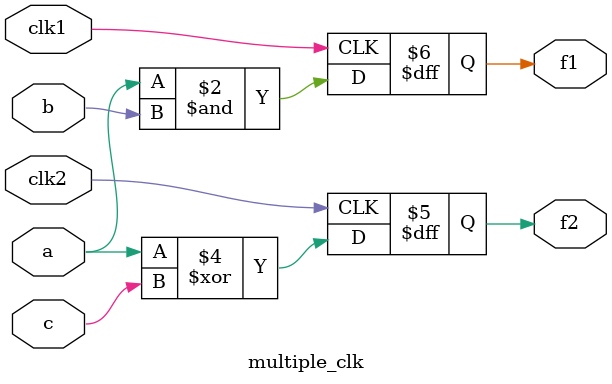
<source format=v>
module multiple_clk(clk1,clk2,a,b,c,f1,f2);
input clk1,clk2,a,b,c;
output reg f1,f2;
always @(posedge clk1)
f1 <= a&b;
always @(negedge clk2)
f2 <= a^c;
endmodule

</source>
